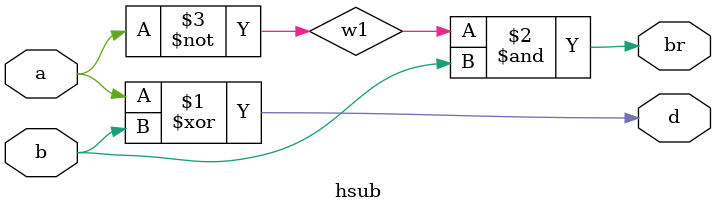
<source format=v>
module hsub(
        input a,b,
        output d,br
);
//declare wire
wire w1;
//w1 is the out of a not
xor(d,a,b);
not(w1,a);
and(br,w1,b);
endmodule

</source>
